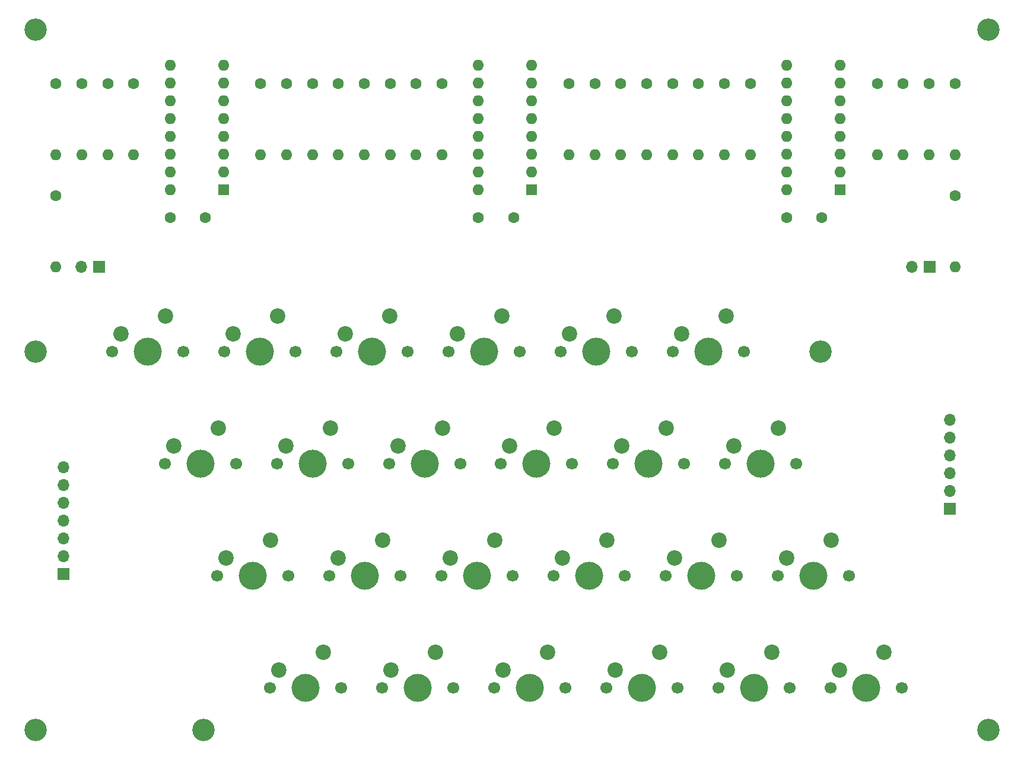
<source format=gbr>
%TF.GenerationSoftware,KiCad,Pcbnew,7.0.11-7.0.11~ubuntu22.04.1*%
%TF.CreationDate,2024-03-31T18:03:40+02:00*%
%TF.ProjectId,ek_left_hand_24_buttons,656b5f6c-6566-4745-9f68-616e645f3234,1.0*%
%TF.SameCoordinates,Original*%
%TF.FileFunction,Soldermask,Top*%
%TF.FilePolarity,Negative*%
%FSLAX46Y46*%
G04 Gerber Fmt 4.6, Leading zero omitted, Abs format (unit mm)*
G04 Created by KiCad (PCBNEW 7.0.11-7.0.11~ubuntu22.04.1) date 2024-03-31 18:03:40*
%MOMM*%
%LPD*%
G01*
G04 APERTURE LIST*
%ADD10C,1.700000*%
%ADD11C,4.000000*%
%ADD12C,2.200000*%
%ADD13C,1.600000*%
%ADD14O,1.600000X1.600000*%
%ADD15C,3.200000*%
%ADD16R,1.600000X1.600000*%
%ADD17R,1.700000X1.700000*%
%ADD18O,1.700000X1.700000*%
G04 APERTURE END LIST*
D10*
%TO.C,SW3*%
X73520000Y-120400000D03*
D11*
X78600000Y-120400000D03*
D10*
X83680000Y-120400000D03*
D12*
X81140000Y-115320000D03*
X74790000Y-117860000D03*
%TD*%
D10*
%TO.C,SW8*%
X97020000Y-136400000D03*
D11*
X102100000Y-136400000D03*
D10*
X107180000Y-136400000D03*
D12*
X104640000Y-131320000D03*
X98290000Y-133860000D03*
%TD*%
D13*
%TO.C,C2*%
X110800000Y-69300000D03*
X115800000Y-69300000D03*
%TD*%
%TO.C,R16*%
X134800000Y-50120000D03*
D14*
X134800000Y-60280000D03*
%TD*%
D13*
%TO.C,R12*%
X105600000Y-50120000D03*
D14*
X105600000Y-60280000D03*
%TD*%
D15*
%TO.C,M3*%
X47600000Y-42400000D03*
%TD*%
D10*
%TO.C,SW18*%
X130020000Y-104400000D03*
D11*
X135100000Y-104400000D03*
D10*
X140180000Y-104400000D03*
D12*
X137640000Y-99320000D03*
X131290000Y-101860000D03*
%TD*%
D15*
%TO.C,M1*%
X47600000Y-88400000D03*
%TD*%
D10*
%TO.C,SW22*%
X146020000Y-104400000D03*
D11*
X151100000Y-104400000D03*
D10*
X156180000Y-104400000D03*
D12*
X153640000Y-99320000D03*
X147290000Y-101860000D03*
%TD*%
D13*
%TO.C,R24*%
X178800000Y-50120000D03*
D14*
X178800000Y-60280000D03*
%TD*%
D16*
%TO.C,U1*%
X74420000Y-65320000D03*
D14*
X74420000Y-62780000D03*
X74420000Y-60240000D03*
X74420000Y-57700000D03*
X74420000Y-55160000D03*
X74420000Y-52620000D03*
X74420000Y-50080000D03*
X74420000Y-47540000D03*
X66800000Y-47540000D03*
X66800000Y-50080000D03*
X66800000Y-52620000D03*
X66800000Y-55160000D03*
X66800000Y-57700000D03*
X66800000Y-60240000D03*
X66800000Y-62780000D03*
X66800000Y-65320000D03*
%TD*%
D10*
%TO.C,SW17*%
X122520000Y-88400000D03*
D11*
X127600000Y-88400000D03*
D10*
X132680000Y-88400000D03*
D12*
X130140000Y-83320000D03*
X123790000Y-85860000D03*
%TD*%
D13*
%TO.C,R3*%
X57900000Y-50120000D03*
D14*
X57900000Y-60280000D03*
%TD*%
D10*
%TO.C,SW21*%
X138520000Y-88400000D03*
D11*
X143600000Y-88400000D03*
D10*
X148680000Y-88400000D03*
D12*
X146140000Y-83320000D03*
X139790000Y-85860000D03*
%TD*%
D10*
%TO.C,SW13*%
X106520000Y-88400000D03*
D11*
X111600000Y-88400000D03*
D10*
X116680000Y-88400000D03*
D12*
X114140000Y-83320000D03*
X107790000Y-85860000D03*
%TD*%
D13*
%TO.C,R19*%
X145900000Y-50120000D03*
D14*
X145900000Y-60280000D03*
%TD*%
D13*
%TO.C,R21*%
X167700000Y-50120000D03*
D14*
X167700000Y-60280000D03*
%TD*%
D13*
%TO.C,R7*%
X87100000Y-50120000D03*
D14*
X87100000Y-60280000D03*
%TD*%
D10*
%TO.C,SW14*%
X114020000Y-104400000D03*
D11*
X119100000Y-104400000D03*
D10*
X124180000Y-104400000D03*
D12*
X121640000Y-99320000D03*
X115290000Y-101860000D03*
%TD*%
D10*
%TO.C,SW19*%
X137520000Y-120400000D03*
D11*
X142600000Y-120400000D03*
D10*
X147680000Y-120400000D03*
D12*
X145140000Y-115320000D03*
X138790000Y-117860000D03*
%TD*%
D15*
%TO.C,M2*%
X183600000Y-42400000D03*
%TD*%
D10*
%TO.C,SW16*%
X129020000Y-136400000D03*
D11*
X134100000Y-136400000D03*
D10*
X139180000Y-136400000D03*
D12*
X136640000Y-131320000D03*
X130290000Y-133860000D03*
%TD*%
D13*
%TO.C,R4*%
X61600000Y-50120000D03*
D14*
X61600000Y-60280000D03*
%TD*%
D13*
%TO.C,R26*%
X178800000Y-66120000D03*
D14*
X178800000Y-76280000D03*
%TD*%
D13*
%TO.C,R20*%
X149600000Y-50120000D03*
D14*
X149600000Y-60280000D03*
%TD*%
D17*
%TO.C,J2*%
X178100000Y-110825000D03*
D18*
X178100000Y-108285000D03*
X178100000Y-105745000D03*
X178100000Y-103205000D03*
X178100000Y-100665000D03*
X178100000Y-98125000D03*
%TD*%
D10*
%TO.C,SW15*%
X121520000Y-120400000D03*
D11*
X126600000Y-120400000D03*
D10*
X131680000Y-120400000D03*
D12*
X129140000Y-115320000D03*
X122790000Y-117860000D03*
%TD*%
D13*
%TO.C,R23*%
X175100000Y-50120000D03*
D14*
X175100000Y-60280000D03*
%TD*%
D17*
%TO.C,J3*%
X56640000Y-76280000D03*
D18*
X54100000Y-76280000D03*
%TD*%
D10*
%TO.C,SW23*%
X153520000Y-120400000D03*
D11*
X158600000Y-120400000D03*
D10*
X163680000Y-120400000D03*
D12*
X161140000Y-115320000D03*
X154790000Y-117860000D03*
%TD*%
D10*
%TO.C,SW9*%
X90520000Y-88400000D03*
D11*
X95600000Y-88400000D03*
D10*
X100680000Y-88400000D03*
D12*
X98140000Y-83320000D03*
X91790000Y-85860000D03*
%TD*%
D13*
%TO.C,R14*%
X127400000Y-50120000D03*
D14*
X127400000Y-60280000D03*
%TD*%
D10*
%TO.C,SW20*%
X145020000Y-136400000D03*
D11*
X150100000Y-136400000D03*
D10*
X155180000Y-136400000D03*
D12*
X152640000Y-131320000D03*
X146290000Y-133860000D03*
%TD*%
D13*
%TO.C,R6*%
X83400000Y-50120000D03*
D14*
X83400000Y-60280000D03*
%TD*%
D13*
%TO.C,R13*%
X123700000Y-50120000D03*
D14*
X123700000Y-60280000D03*
%TD*%
D10*
%TO.C,SW11*%
X105520000Y-120400000D03*
D11*
X110600000Y-120400000D03*
D10*
X115680000Y-120400000D03*
D12*
X113140000Y-115320000D03*
X106790000Y-117860000D03*
%TD*%
D10*
%TO.C,SW5*%
X74520000Y-88400000D03*
D11*
X79600000Y-88400000D03*
D10*
X84680000Y-88400000D03*
D12*
X82140000Y-83320000D03*
X75790000Y-85860000D03*
%TD*%
D10*
%TO.C,SW6*%
X82020000Y-104400000D03*
D11*
X87100000Y-104400000D03*
D10*
X92180000Y-104400000D03*
D12*
X89640000Y-99320000D03*
X83290000Y-101860000D03*
%TD*%
D16*
%TO.C,U2*%
X118420000Y-65320000D03*
D14*
X118420000Y-62780000D03*
X118420000Y-60240000D03*
X118420000Y-57700000D03*
X118420000Y-55160000D03*
X118420000Y-52620000D03*
X118420000Y-50080000D03*
X118420000Y-47540000D03*
X110800000Y-47540000D03*
X110800000Y-50080000D03*
X110800000Y-52620000D03*
X110800000Y-55160000D03*
X110800000Y-57700000D03*
X110800000Y-60240000D03*
X110800000Y-62780000D03*
X110800000Y-65320000D03*
%TD*%
D17*
%TO.C,J1*%
X51600000Y-120180000D03*
D18*
X51600000Y-117640000D03*
X51600000Y-115100000D03*
X51600000Y-112560000D03*
X51600000Y-110020000D03*
X51600000Y-107480000D03*
X51600000Y-104940000D03*
%TD*%
D16*
%TO.C,U3*%
X162420000Y-65320000D03*
D14*
X162420000Y-62780000D03*
X162420000Y-60240000D03*
X162420000Y-57700000D03*
X162420000Y-55160000D03*
X162420000Y-52620000D03*
X162420000Y-50080000D03*
X162420000Y-47540000D03*
X154800000Y-47540000D03*
X154800000Y-50080000D03*
X154800000Y-52620000D03*
X154800000Y-55160000D03*
X154800000Y-57700000D03*
X154800000Y-60240000D03*
X154800000Y-62780000D03*
X154800000Y-65320000D03*
%TD*%
D10*
%TO.C,SW4*%
X81020000Y-136400000D03*
D11*
X86100000Y-136400000D03*
D10*
X91180000Y-136400000D03*
D12*
X88640000Y-131320000D03*
X82290000Y-133860000D03*
%TD*%
D13*
%TO.C,R9*%
X94500000Y-50120000D03*
D14*
X94500000Y-60280000D03*
%TD*%
D13*
%TO.C,R22*%
X171400000Y-50120000D03*
D14*
X171400000Y-60280000D03*
%TD*%
D15*
%TO.C,M4*%
X159600000Y-88400000D03*
%TD*%
%TO.C,M4*%
X183600000Y-142400000D03*
%TD*%
D13*
%TO.C,R15*%
X131100000Y-50120000D03*
D14*
X131100000Y-60280000D03*
%TD*%
D10*
%TO.C,SW24*%
X161020000Y-136400000D03*
D11*
X166100000Y-136400000D03*
D10*
X171180000Y-136400000D03*
D12*
X168640000Y-131320000D03*
X162290000Y-133860000D03*
%TD*%
D10*
%TO.C,SW10*%
X98020000Y-104400000D03*
D11*
X103100000Y-104400000D03*
D10*
X108180000Y-104400000D03*
D12*
X105640000Y-99320000D03*
X99290000Y-101860000D03*
%TD*%
D15*
%TO.C,M4*%
X47600000Y-142400000D03*
%TD*%
D13*
%TO.C,R5*%
X79700000Y-50120000D03*
D14*
X79700000Y-60280000D03*
%TD*%
D10*
%TO.C,SW7*%
X89520000Y-120400000D03*
D11*
X94600000Y-120400000D03*
D10*
X99680000Y-120400000D03*
D12*
X97140000Y-115320000D03*
X90790000Y-117860000D03*
%TD*%
D17*
%TO.C,J4*%
X175230000Y-76280000D03*
D18*
X172690000Y-76280000D03*
%TD*%
D13*
%TO.C,R25*%
X50500000Y-66120000D03*
D14*
X50500000Y-76280000D03*
%TD*%
D13*
%TO.C,R8*%
X90800000Y-50120000D03*
D14*
X90800000Y-60280000D03*
%TD*%
D13*
%TO.C,C3*%
X154800000Y-69300000D03*
X159800000Y-69300000D03*
%TD*%
%TO.C,R11*%
X101900000Y-50120000D03*
D14*
X101900000Y-60280000D03*
%TD*%
D13*
%TO.C,R18*%
X142200000Y-50120000D03*
D14*
X142200000Y-60280000D03*
%TD*%
D13*
%TO.C,R2*%
X54200000Y-50120000D03*
D14*
X54200000Y-60280000D03*
%TD*%
D10*
%TO.C,SW1*%
X58520000Y-88400000D03*
D11*
X63600000Y-88400000D03*
D10*
X68680000Y-88400000D03*
D12*
X66140000Y-83320000D03*
X59790000Y-85860000D03*
%TD*%
D15*
%TO.C,M1*%
X71600000Y-142400000D03*
%TD*%
D13*
%TO.C,R17*%
X138500000Y-50120000D03*
D14*
X138500000Y-60280000D03*
%TD*%
D13*
%TO.C,C1*%
X66800000Y-69300000D03*
X71800000Y-69300000D03*
%TD*%
D10*
%TO.C,SW2*%
X66020000Y-104400000D03*
D11*
X71100000Y-104400000D03*
D10*
X76180000Y-104400000D03*
D12*
X73640000Y-99320000D03*
X67290000Y-101860000D03*
%TD*%
D13*
%TO.C,R10*%
X98200000Y-50120000D03*
D14*
X98200000Y-60280000D03*
%TD*%
D10*
%TO.C,SW12*%
X113020000Y-136400000D03*
D11*
X118100000Y-136400000D03*
D10*
X123180000Y-136400000D03*
D12*
X120640000Y-131320000D03*
X114290000Y-133860000D03*
%TD*%
D13*
%TO.C,R1*%
X50500000Y-50120000D03*
D14*
X50500000Y-60280000D03*
%TD*%
M02*

</source>
